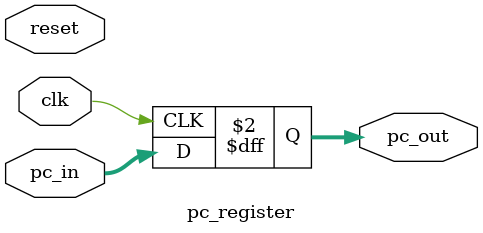
<source format=sv>
`timescale 1ns / 1ps


module datapath#(
  parameter Nloc = 32,           
  parameter Dbits = 32,
  parameter Abits = 32
  )(
    input  wire clk,
    input  wire reset,
    input  wire [31:0] instr,
    input  wire [1:0] pcsel,
    input  wire [1:0] wasel, 
    input  wire sext,
    input  wire bsel,
    input  wire [1:0] wdsel, 
    input  wire [4:0] alufn,
    input  wire werf, 
    input  wire [1:0] asel,
    
    output bit [31:0] pc, 
    output wire Z,
    output wire [31:0] mem_addr, 
    output wire [31:0] mem_writedata,
    input wire [31:0] mem_readdata
    );
      
      wire [31:0] ReadAddr1, ReadAddr2, ReadData1, ReadData2, reg_writeaddr, reg_writedata; 
      wire [31:0] aluA, aluB, alu_result;
      wire [31:0] signImm;
      wire RegWrite;
      wire [31:0] BT, JT;
      bit [31:0] pc_reg;

      assign pc_reg = (pcsel == 'h0) ? (pc + 'h4) :
                (pcsel == 'h1) ? (BT)     :
                (pcsel == 'h2) ? ({pc[31:28], instr[25:0], 2'b00}) :
                (pcsel == 'h3) ?  JT :
                (pcsel == 'h4) ? 'h0: 'h0;
      assign RegWrite = werf;
      assign ReadAddr1 = instr[25:21];
      assign ReadAddr2 = instr[20:16];
      assign reg_writeaddr = (wasel == 0) ? instr[15:11] :
                          (wasel == 1) ? instr[20:16] :
                          'h1F;
      assign reg_writedata = (wdsel == 0) ? (pc + 'h4)  :
                          (wdsel == 1) ? alu_result :
                          mem_readdata;
      assign aluA = (asel == 0) ? ReadData1 :
                     (asel == 1) ? instr[10:6] : 
                     'h10;
      assign signImm = (sext == 0) ? {{(16){1'b0}}, instr[15:0]} :
                           {{(16){instr[15]}}, instr[15:0]};
      assign aluB = (bsel == 0) ? ReadData2 :
                     signImm; 
      assign BT = (signImm << 2) + pc + 'h4;
      assign JT = ReadData1;
      assign mem_addr = alu_result;
      assign mem_writedata = ReadData2;
      pc_register pc1 (pc, pc_reg, clk, reset);
      register_file register_file (clk, RegWrite, ReadAddr1, ReadAddr2, reg_writeaddr, reg_writedata, ReadData1, ReadData2);
      ALU ALU (aluA, aluB, alu_result, alufn, Z);
endmodule

module pc_register (
                output logic [31:0] pc_out,
                input  logic [31:0] pc_in,
                input  wire  clk  ,
                input  wire  reset
                );
always_ff @(posedge clk )
      pc_out <= pc_in;
endmodule

</source>
